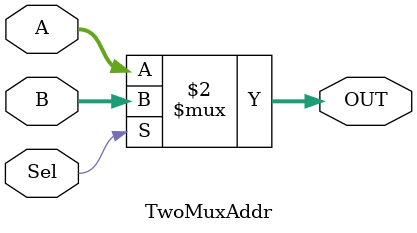
<source format=v>
module TwoMuxAddr(A,B,Sel,OUT);
input [5:0]A, B;
input Sel;
output [5:0]OUT;

assign OUT = !Sel ? A : B;
endmodule


</source>
